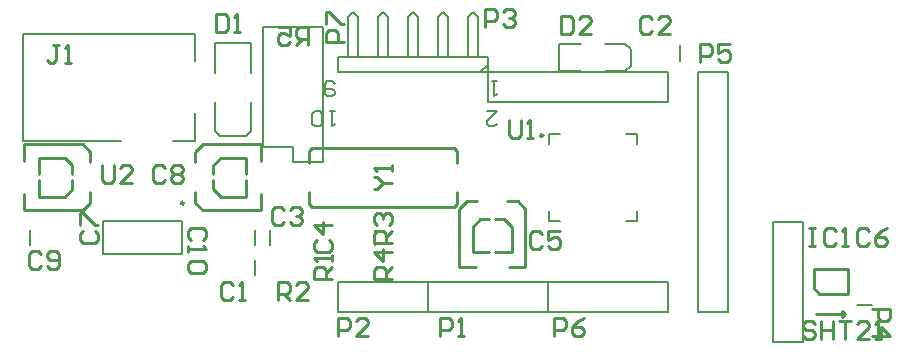
<source format=gto>
%FSLAX25Y25*%
%MOIN*%
G70*
G01*
G75*
G04 Layer_Color=65535*
%ADD10R,0.05906X0.05118*%
%ADD11R,0.01575X0.02362*%
%ADD12R,0.18504X0.18504*%
%ADD13R,0.01102X0.04331*%
%ADD14R,0.04331X0.01102*%
%ADD15R,0.21654X0.07874*%
%ADD16R,0.10000X0.10000*%
%ADD17R,0.05118X0.05906*%
%ADD18R,0.10000X0.10000*%
%ADD19R,0.12992X0.09449*%
%ADD20R,0.03937X0.09449*%
%ADD21R,0.09055X0.09055*%
%ADD22R,0.05906X0.05906*%
%ADD23C,0.01000*%
%ADD24R,0.05906X0.05906*%
%ADD25C,0.05906*%
%ADD26C,0.04724*%
%ADD27R,0.04724X0.04724*%
%ADD28C,0.05906*%
%ADD29O,0.15748X0.07874*%
%ADD30O,0.07874X0.15748*%
%ADD31O,0.07874X0.17716*%
%ADD32C,0.01969*%
%ADD33C,0.05000*%
%ADD34C,0.00984*%
%ADD35C,0.00787*%
%ADD36C,0.00800*%
D23*
X373602Y219331D02*
X384921D01*
X373602Y213032D02*
Y219331D01*
Y213032D02*
X375472Y211161D01*
X384823D01*
X384921Y211260D01*
Y219331D01*
X374488Y204468D02*
X384134D01*
X383150Y205453D02*
X384134Y204468D01*
X383150Y203583D02*
Y205453D01*
Y203583D02*
X384035Y204468D01*
X384134D01*
X254606Y241142D02*
Y245079D01*
X253622Y240158D02*
X254606Y241142D01*
X206378Y240158D02*
X253622D01*
X205394Y241142D02*
X206378Y240158D01*
X205394Y241142D02*
Y245079D01*
Y254921D02*
Y258858D01*
X206378Y259842D01*
X253622D01*
X254606Y258858D01*
Y254921D02*
Y258858D01*
X262500Y236000D02*
X265500D01*
X260000Y233500D02*
X262500Y236000D01*
X260000Y225000D02*
Y233500D01*
Y225000D02*
X265500D01*
X267500D02*
X273000D01*
Y233500D01*
X270500Y236000D02*
X273000Y233500D01*
X267500Y236000D02*
X270500D01*
X271500Y242000D02*
X275000D01*
X277500Y239500D01*
Y220000D02*
Y239500D01*
X272000Y220000D02*
X277500D01*
X255500D02*
X261000D01*
X255500D02*
Y239500D01*
X258000Y242000D01*
X261500D01*
X173500Y246000D02*
Y249000D01*
Y246000D02*
X176000Y243500D01*
X184500D01*
Y249000D01*
Y251000D02*
Y256500D01*
X176000D02*
X184500D01*
X173500Y254000D02*
X176000Y256500D01*
X173500Y251000D02*
Y254000D01*
X167500Y255000D02*
Y258500D01*
X170000Y261000D01*
X189500D01*
Y255500D02*
Y261000D01*
Y239000D02*
Y244500D01*
X170000Y239000D02*
X189500D01*
X167500Y241500D02*
X170000Y239000D01*
X167500Y241500D02*
Y245000D01*
X126500Y251000D02*
Y254000D01*
X124000Y256500D02*
X126500Y254000D01*
X115500Y256500D02*
X124000D01*
X115500Y251000D02*
Y256500D01*
Y243500D02*
Y249000D01*
Y243500D02*
X124000D01*
X126500Y246000D01*
Y249000D01*
X132500Y241500D02*
Y245000D01*
X130000Y239000D02*
X132500Y241500D01*
X110500Y239000D02*
X130000D01*
X110500D02*
Y244500D01*
Y255500D02*
Y261000D01*
X130000D01*
X132500Y258500D01*
Y255000D02*
Y258500D01*
X391999Y231998D02*
X390999Y232998D01*
X389000D01*
X388000Y231998D01*
Y228000D01*
X389000Y227000D01*
X390999D01*
X391999Y228000D01*
X397997Y232998D02*
X395997Y231998D01*
X393998Y229999D01*
Y228000D01*
X394998Y227000D01*
X396997D01*
X397997Y228000D01*
Y228999D01*
X396997Y229999D01*
X393998D01*
X372000Y232998D02*
X373999D01*
X373000D01*
Y227000D01*
X372000D01*
X373999D01*
X380997Y231998D02*
X379997Y232998D01*
X377998D01*
X376998Y231998D01*
Y228000D01*
X377998Y227000D01*
X379997D01*
X380997Y228000D01*
X382996Y227000D02*
X384996D01*
X383996D01*
Y232998D01*
X382996Y231998D01*
X373999Y200998D02*
X372999Y201998D01*
X371000D01*
X370000Y200998D01*
Y199999D01*
X371000Y198999D01*
X372999D01*
X373999Y197999D01*
Y197000D01*
X372999Y196000D01*
X371000D01*
X370000Y197000D01*
X375998Y201998D02*
Y196000D01*
Y198999D01*
X379997D01*
Y201998D01*
Y196000D01*
X381996Y201998D02*
X385995D01*
X383996D01*
Y196000D01*
X391993D02*
X387994D01*
X391993Y199999D01*
Y200998D01*
X390993Y201998D01*
X388994D01*
X387994Y200998D01*
X393992Y196000D02*
X395992D01*
X394992D01*
Y201998D01*
X393992Y200998D01*
X393000Y206000D02*
X398998D01*
Y203001D01*
X397998Y202001D01*
X395999D01*
X394999Y203001D01*
Y206000D01*
X393000Y197003D02*
X398998D01*
X395999Y200002D01*
Y196003D01*
X205000Y294000D02*
Y299998D01*
X202001D01*
X201001Y298998D01*
Y296999D01*
X202001Y295999D01*
X205000D01*
X203001D02*
X201001Y294000D01*
X195003Y299998D02*
X199002D01*
Y296999D01*
X197003Y297999D01*
X196003D01*
X195003Y296999D01*
Y295000D01*
X196003Y294000D01*
X198002D01*
X199002Y295000D01*
X217000Y295000D02*
X211002D01*
Y297999D01*
X212002Y298999D01*
X214001D01*
X215001Y297999D01*
Y295000D01*
X211002Y300998D02*
Y304997D01*
X212002D01*
X216000Y300998D01*
X217000D01*
X121999Y293998D02*
X119999D01*
X120999D01*
Y289000D01*
X119999Y288000D01*
X119000D01*
X118000Y289000D01*
X123998Y288000D02*
X125997D01*
X124998D01*
Y293998D01*
X123998Y292998D01*
X272000Y268998D02*
Y264000D01*
X273000Y263000D01*
X274999D01*
X275999Y264000D01*
Y268998D01*
X277998Y263000D02*
X279997D01*
X278998D01*
Y268998D01*
X277998Y267998D01*
X264000Y300000D02*
Y305998D01*
X266999D01*
X267999Y304998D01*
Y302999D01*
X266999Y301999D01*
X264000D01*
X269998Y304998D02*
X270998Y305998D01*
X272997D01*
X273997Y304998D01*
Y303999D01*
X272997Y302999D01*
X271997D01*
X272997D01*
X273997Y301999D01*
Y301000D01*
X272997Y300000D01*
X270998D01*
X269998Y301000D01*
X227002Y246000D02*
X228002D01*
X230001Y247999D01*
X228002Y249999D01*
X227002D01*
X230001Y247999D02*
X233000D01*
Y251998D02*
Y253997D01*
Y252998D01*
X227002D01*
X228002Y251998D01*
X282999Y230998D02*
X281999Y231998D01*
X280000D01*
X279000Y230998D01*
Y227000D01*
X280000Y226000D01*
X281999D01*
X282999Y227000D01*
X288997Y231998D02*
X284998D01*
Y228999D01*
X286997Y229999D01*
X287997D01*
X288997Y228999D01*
Y227000D01*
X287997Y226000D01*
X285998D01*
X284998Y227000D01*
X233000Y228000D02*
X227002D01*
Y230999D01*
X228002Y231999D01*
X230001D01*
X231001Y230999D01*
Y228000D01*
Y229999D02*
X233000Y231999D01*
X228002Y233998D02*
X227002Y234998D01*
Y236997D01*
X228002Y237997D01*
X229001D01*
X230001Y236997D01*
Y235997D01*
Y236997D01*
X231001Y237997D01*
X232000D01*
X233000Y236997D01*
Y234998D01*
X232000Y233998D01*
X233000Y216000D02*
X227002D01*
Y218999D01*
X228002Y219999D01*
X230001D01*
X231001Y218999D01*
Y216000D01*
Y217999D02*
X233000Y219999D01*
Y224997D02*
X227002D01*
X230001Y221998D01*
Y225997D01*
X208002Y228999D02*
X207002Y227999D01*
Y226000D01*
X208002Y225000D01*
X212000D01*
X213000Y226000D01*
Y227999D01*
X212000Y228999D01*
X213000Y233997D02*
X207002D01*
X210001Y230998D01*
Y234997D01*
X213000Y216000D02*
X207002D01*
Y218999D01*
X208002Y219999D01*
X210001D01*
X211001Y218999D01*
Y216000D01*
Y217999D02*
X213000Y219999D01*
Y221998D02*
Y223997D01*
Y222998D01*
X207002D01*
X208002Y221998D01*
X287000Y197000D02*
Y202998D01*
X289999D01*
X290999Y201998D01*
Y199999D01*
X289999Y198999D01*
X287000D01*
X296997Y202998D02*
X294997Y201998D01*
X292998Y199999D01*
Y198000D01*
X293998Y197000D01*
X295997D01*
X296997Y198000D01*
Y198999D01*
X295997Y199999D01*
X292998D01*
X249000Y197000D02*
Y202998D01*
X251999D01*
X252999Y201998D01*
Y199999D01*
X251999Y198999D01*
X249000D01*
X254998Y197000D02*
X256997D01*
X255998D01*
Y202998D01*
X254998Y201998D01*
X215000Y197000D02*
Y202998D01*
X217999D01*
X218999Y201998D01*
Y199999D01*
X217999Y198999D01*
X215000D01*
X224997Y197000D02*
X220998D01*
X224997Y200999D01*
Y201998D01*
X223997Y202998D01*
X221998D01*
X220998Y201998D01*
X196999Y238998D02*
X195999Y239998D01*
X194000D01*
X193000Y238998D01*
Y235000D01*
X194000Y234000D01*
X195999D01*
X196999Y235000D01*
X198998Y238998D02*
X199998Y239998D01*
X201997D01*
X202997Y238998D01*
Y237999D01*
X201997Y236999D01*
X200997D01*
X201997D01*
X202997Y235999D01*
Y235000D01*
X201997Y234000D01*
X199998D01*
X198998Y235000D01*
X195000Y209000D02*
Y214998D01*
X197999D01*
X198999Y213998D01*
Y211999D01*
X197999Y210999D01*
X195000D01*
X196999D02*
X198999Y209000D01*
X204997D02*
X200998D01*
X204997Y212999D01*
Y213998D01*
X203997Y214998D01*
X201998D01*
X200998Y213998D01*
X169998Y229001D02*
X170998Y230001D01*
Y232000D01*
X169998Y233000D01*
X166000D01*
X165000Y232000D01*
Y230001D01*
X166000Y229001D01*
X165000Y227002D02*
Y225003D01*
Y226002D01*
X170998D01*
X169998Y227002D01*
Y222004D02*
X170998Y221004D01*
Y219005D01*
X169998Y218005D01*
X166000D01*
X165000Y219005D01*
Y221004D01*
X166000Y222004D01*
X169998D01*
X179999Y213998D02*
X178999Y214998D01*
X177000D01*
X176000Y213998D01*
Y210000D01*
X177000Y209000D01*
X178999D01*
X179999Y210000D01*
X181998Y209000D02*
X183997D01*
X182998D01*
Y214998D01*
X181998Y213998D01*
X157499Y252998D02*
X156499Y253998D01*
X154500D01*
X153500Y252998D01*
Y249000D01*
X154500Y248000D01*
X156499D01*
X157499Y249000D01*
X159498Y252998D02*
X160498Y253998D01*
X162497D01*
X163497Y252998D01*
Y251999D01*
X162497Y250999D01*
X163497Y249999D01*
Y249000D01*
X162497Y248000D01*
X160498D01*
X159498Y249000D01*
Y249999D01*
X160498Y250999D01*
X159498Y251999D01*
Y252998D01*
X160498Y250999D02*
X162497D01*
X130002Y231999D02*
X129002Y230999D01*
Y229000D01*
X130002Y228000D01*
X134000D01*
X135000Y229000D01*
Y230999D01*
X134000Y231999D01*
X129002Y233998D02*
Y237997D01*
X130002D01*
X134000Y233998D01*
X135000D01*
X136500Y253998D02*
Y249000D01*
X137500Y248000D01*
X139499D01*
X140499Y249000D01*
Y253998D01*
X146497Y248000D02*
X142498D01*
X146497Y251999D01*
Y252998D01*
X145497Y253998D01*
X143498D01*
X142498Y252998D01*
X115999Y224498D02*
X114999Y225498D01*
X113000D01*
X112000Y224498D01*
Y220500D01*
X113000Y219500D01*
X114999D01*
X115999Y220500D01*
X117998D02*
X118998Y219500D01*
X120997D01*
X121997Y220500D01*
Y224498D01*
X120997Y225498D01*
X118998D01*
X117998Y224498D01*
Y223499D01*
X118998Y222499D01*
X121997D01*
X319799Y302898D02*
X318799Y303898D01*
X316800D01*
X315800Y302898D01*
Y298900D01*
X316800Y297900D01*
X318799D01*
X319799Y298900D01*
X325797Y297900D02*
X321798D01*
X325797Y301899D01*
Y302898D01*
X324797Y303898D01*
X322798D01*
X321798Y302898D01*
X335600Y288400D02*
Y294398D01*
X338599D01*
X339599Y293398D01*
Y291399D01*
X338599Y290399D01*
X335600D01*
X345597Y294398D02*
X341598D01*
Y291399D01*
X343597Y292399D01*
X344597D01*
X345597Y291399D01*
Y289400D01*
X344597Y288400D01*
X342598D01*
X341598Y289400D01*
X174500Y304398D02*
Y298400D01*
X177499D01*
X178499Y299400D01*
Y303398D01*
X177499Y304398D01*
X174500D01*
X180498Y298400D02*
X182497D01*
X181498D01*
Y304398D01*
X180498Y303398D01*
X289200Y303898D02*
Y297900D01*
X292199D01*
X293199Y298900D01*
Y302898D01*
X292199Y303898D01*
X289200D01*
X299197Y297900D02*
X295198D01*
X299197Y301899D01*
Y302898D01*
X298197Y303898D01*
X296198D01*
X295198Y302898D01*
D34*
X283366Y263976D02*
G03*
X283366Y263976I-492J0D01*
G01*
X163681Y241417D02*
G03*
X163681Y241417I-492J0D01*
G01*
D35*
X387941Y207520D02*
X393059D01*
X360000Y235000D02*
X370000D01*
Y195000D02*
Y235000D01*
X360000Y195000D02*
Y235000D01*
Y195000D02*
X370000D01*
X190000Y260000D02*
Y300000D01*
Y260000D02*
X200000D01*
Y255000D02*
Y260000D01*
Y255000D02*
X210000D01*
Y300000D01*
X190000D02*
X210000D01*
X215000Y285000D02*
X265000D01*
X218333Y290000D02*
Y303333D01*
X220000Y305000D01*
X221667Y303333D01*
Y290000D02*
Y303333D01*
X228333Y290000D02*
Y303333D01*
X230000Y305000D01*
X231667Y303333D01*
Y290000D02*
Y303333D01*
X238333Y290000D02*
Y303333D01*
X240000Y305000D01*
X241667Y303333D01*
Y290000D02*
Y303333D01*
X248333Y290000D02*
Y303333D01*
X250000Y305000D01*
X251667Y303333D01*
Y290000D02*
Y303333D01*
X258333Y290000D02*
Y303333D01*
X260000Y305000D01*
X261667Y303333D01*
Y290000D02*
Y303333D01*
X262500Y285000D02*
X265000Y287500D01*
X215000Y285000D02*
Y290000D01*
X265000D01*
Y285000D02*
Y290000D01*
X167480Y297717D02*
X167480Y288661D01*
X110000Y297717D02*
X167480D01*
X110000Y262283D02*
Y297717D01*
X167480Y262283D02*
Y271339D01*
X160000Y262283D02*
X167480D01*
X110000D02*
X142677D01*
X285433Y261083D02*
Y264567D01*
X288917D01*
X285433Y235433D02*
Y238917D01*
Y235433D02*
X288917D01*
X314567D02*
Y238917D01*
X311083Y235433D02*
X314567D01*
Y261083D02*
Y264567D01*
X311083D02*
X314567D01*
X265000Y275000D02*
X325000D01*
X265000Y285000D02*
X325000D01*
X265000Y275000D02*
Y285000D01*
X325000Y275000D02*
Y285000D01*
X227480Y227441D02*
Y232559D01*
X325000Y205000D02*
Y215000D01*
X285000Y205000D02*
X325000D01*
X285000Y215000D02*
X325000D01*
X285000Y205000D02*
Y215000D01*
Y205000D02*
Y215000D01*
X245000Y205000D02*
X285000D01*
X245000Y215000D02*
X285000D01*
X245000Y205000D02*
Y215000D01*
Y205000D02*
Y215000D01*
X215000Y205000D02*
X245000D01*
X215000D02*
Y215000D01*
X245000D01*
X192520Y227441D02*
Y232559D01*
X187480Y227441D02*
Y232559D01*
Y217441D02*
Y222559D01*
X136811Y224488D02*
Y235512D01*
X163189Y224488D02*
Y235512D01*
X136811Y224488D02*
X163189D01*
X136811Y235512D02*
X163189D01*
X112520Y227441D02*
Y232559D01*
X328980Y288941D02*
Y294059D01*
X335000Y205000D02*
Y285000D01*
Y205000D02*
X345000D01*
Y285000D01*
X335000D02*
X345000D01*
X173898Y294961D02*
X186102D01*
X173898Y265630D02*
X175669Y263858D01*
X184331D02*
X186102Y265630D01*
X175669Y263858D02*
X184331D01*
X173898Y284724D02*
Y294961D01*
X186102Y284724D02*
Y294961D01*
Y265630D02*
Y275276D01*
X173898Y265630D02*
Y275276D01*
X288583Y285472D02*
X296063D01*
X288583Y294528D02*
X296063D01*
X288583Y285472D02*
Y294528D01*
X312598Y287047D02*
Y292953D01*
X303937Y285472D02*
X310630D01*
Y294528D02*
X312598Y292953D01*
X310630Y285472D02*
X312598Y287047D01*
X303937Y294528D02*
X310630D01*
D36*
X264668Y272000D02*
X268000D01*
X264668Y268668D01*
Y267835D01*
X265501Y267002D01*
X267167D01*
X268000Y267835D01*
Y282000D02*
X266334D01*
X267167D01*
Y277002D01*
X268000Y277835D01*
X214000Y281167D02*
X213167Y282000D01*
X211501D01*
X210668Y281167D01*
Y277835D01*
X211501Y277002D01*
X213167D01*
X214000Y277835D01*
Y278668D01*
X213167Y279501D01*
X210668D01*
X214000Y272000D02*
X212334D01*
X213167D01*
Y267002D01*
X214000Y267835D01*
X209835D02*
X209002Y267002D01*
X207335D01*
X206502Y267835D01*
Y271167D01*
X207335Y272000D01*
X209002D01*
X209835Y271167D01*
Y267835D01*
M02*

</source>
